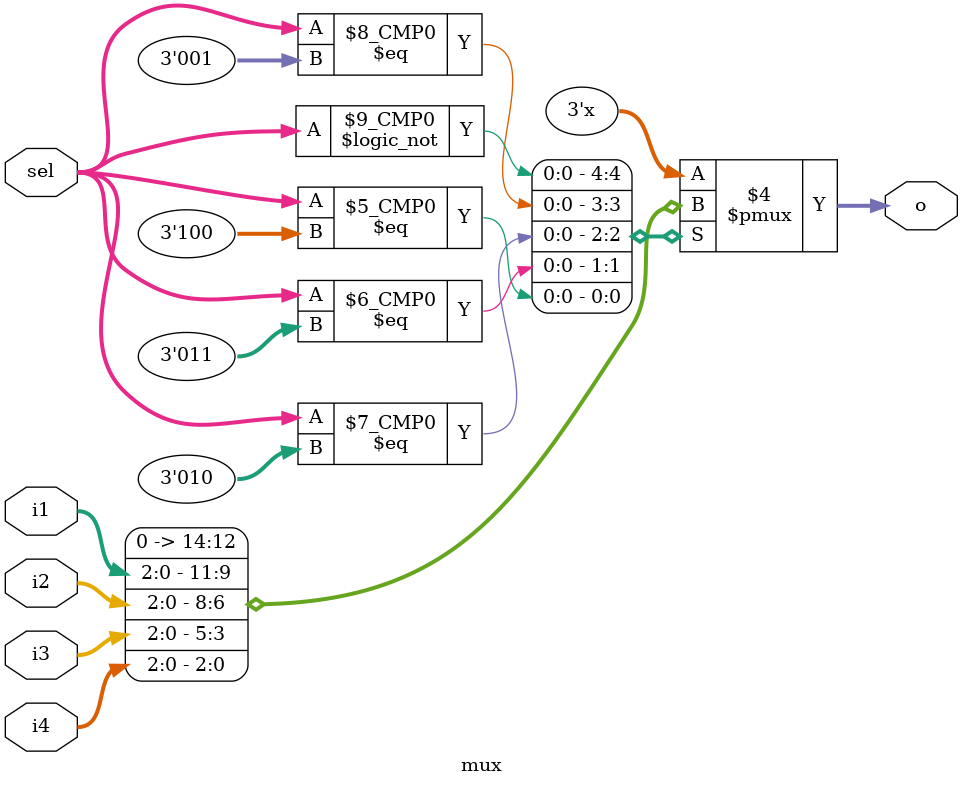
<source format=v>
module mux(

input wire [2:0] sel,
input wire [2:0] i1,
input wire [2:0] i2,
input wire [2:0] i3,
input wire [2:0] i4,
output reg [2:0] o

);

(* ivl_synthesis_on *)
always @* begin
  case (sel)
    0 : o = 0;
    1 : o = i1;
    2 : o = i2;
    3 : o = i3;
    4 : o = i4;
  endcase
end
(* ivl_synthesis_off *)

initial $display("PASSED");

endmodule

</source>
